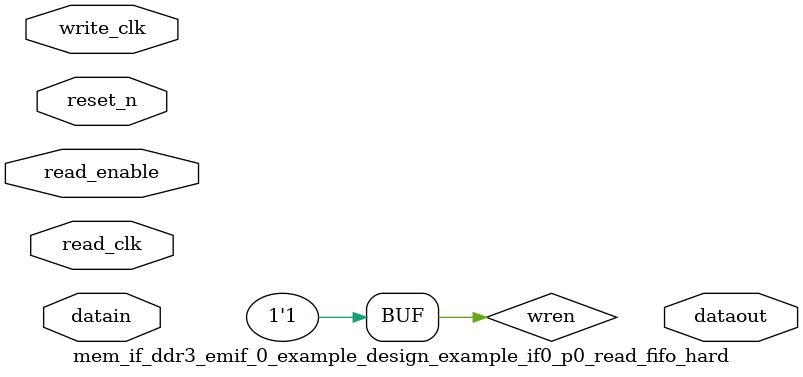
<source format=v>



`timescale 1 ps / 1 ps

module mem_if_ddr3_emif_0_example_design_example_if0_p0_read_fifo_hard(
	write_clk,
	read_clk,
	read_enable,
	reset_n,
	datain,
	dataout
);

// ******************************************************************************************************************************** 
// BEGIN PARAMETER SECTION
// All parameters default to "" will have their values passed in from higher level wrapper with the controller and driver 

parameter DQ_GROUP_WIDTH = "";

localparam RATE_MULT = 2;


// END PARAMETER SECTION
// ******************************************************************************************************************************** 

input	write_clk;
input	read_clk;
input	read_enable;
input	reset_n;
input	[DQ_GROUP_WIDTH*2-1:0] datain;
output	[RATE_MULT*DQ_GROUP_WIDTH*2-1:0] dataout;


// ******************************************************************************************************************************** 
// Instantiate write-enable circuitry inside the DQS logic block
// ******************************************************************************************************************************** 

// The read_clk is expected to be a strobe that only toggles when there
// is valid data, so wren is tied to 1
wire wren = 1'b1;
	

// ******************************************************************************************************************************** 
// Instantiate read-enable circuitry inside the DQS logic block
// ******************************************************************************************************************************** 
wire read_enable_tmp;
wire plus2_tmp;
stratixv_read_fifo_read_enable fifo_read_enable (
	.re(read_enable),
	.rclk(),
	.plus2(1'b0), 
	.areset(),
	.reout (read_enable_tmp),
	.plus2out (plus2_tmp)
);
defparam fifo_read_enable.use_stalled_read_enable = "false";

// ******************************************************************************************************************************** 
// Instantiate hard read-fifo. 
// ******************************************************************************************************************************** 
generate
genvar dq_count;
	for (dq_count=0; dq_count<DQ_GROUP_WIDTH; dq_count=dq_count+1)
	begin:read_fifos
		// The datain bus is the read data for the current DQS group
		// coming out of the DDIO. Its width is 2x of each DQS group on the
		// memory interface. The bus is ordered by time slot:
		//
		// D0_T1, D0_T0
		//
		// The dataout bus is the read data going out of the FIFO. In FR, it has
		// the same width as datain. In HR, it 2x the datain width. The bus is
		// ordered by time slot.
		//
		// FR: D0_T1, D0_T0
		// HR: D0_T3, D0_T2, D0_T1, D0_T0
		stratixv_read_fifo fifo (
			.wclk(write_clk),
			.we(wren),
			.rclk(read_clk),
			.re(read_enable_tmp),
			.areset(~reset_n),
			.plus2(plus2_tmp),
			.datain({datain[dq_count], datain[dq_count + DQ_GROUP_WIDTH]}),
			.dataout({
					dataout[dq_count + (DQ_GROUP_WIDTH * 0)],
					dataout[dq_count + (DQ_GROUP_WIDTH * 1)],
					dataout[dq_count + (DQ_GROUP_WIDTH * 2)],
					dataout[dq_count + (DQ_GROUP_WIDTH * 3)]
								})
		);
		defparam fifo.use_half_rate_read = "true";
		defparam fifo.sim_wclk_pre_delay = 100;
	end
endgenerate

endmodule

</source>
